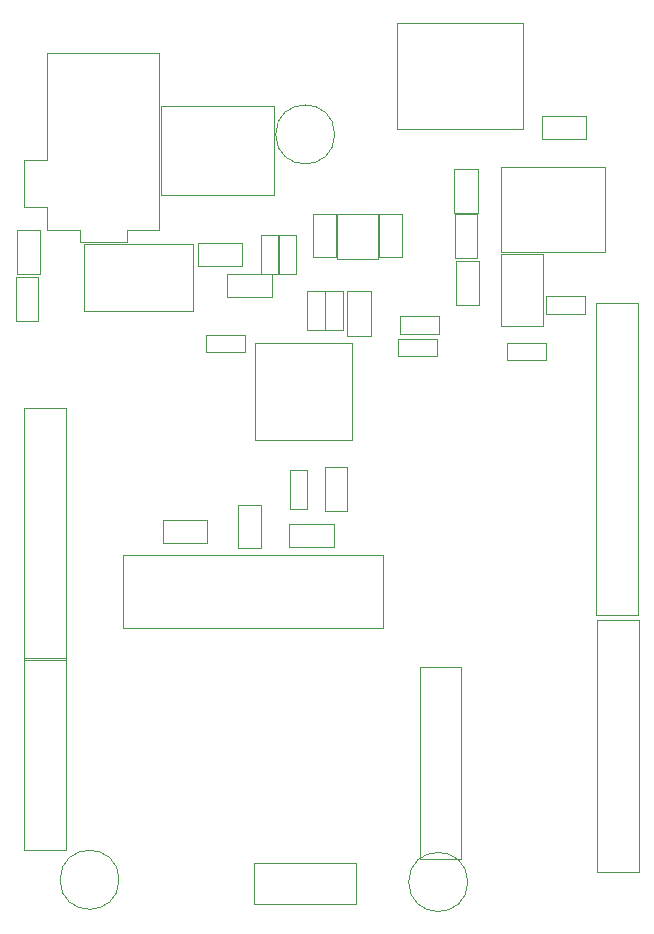
<source format=gbr>
%TF.GenerationSoftware,KiCad,Pcbnew,7.0.10*%
%TF.CreationDate,2024-01-11T23:08:57+05:30*%
%TF.ProjectId,rp2040-basic-m1,72703230-3430-42d6-9261-7369632d6d31,rev?*%
%TF.SameCoordinates,Original*%
%TF.FileFunction,Other,User*%
%FSLAX46Y46*%
G04 Gerber Fmt 4.6, Leading zero omitted, Abs format (unit mm)*
G04 Created by KiCad (PCBNEW 7.0.10) date 2024-01-11 23:08:57*
%MOMM*%
%LPD*%
G01*
G04 APERTURE LIST*
%ADD10C,0.050000*%
G04 APERTURE END LIST*
D10*
%TO.C,J7*%
X258500000Y-91370000D02*
X262050000Y-91370000D01*
X258500000Y-107620000D02*
X258500000Y-91370000D01*
X262050000Y-91370000D02*
X262050000Y-107620000D01*
X262050000Y-107620000D02*
X258500000Y-107620000D01*
%TO.C,REF\u002A\u002A*%
X251320000Y-46250000D02*
G75*
G03*
X246320000Y-46250000I-2500000J0D01*
G01*
X246320000Y-46250000D02*
G75*
G03*
X251320000Y-46250000I2500000J0D01*
G01*
X262580000Y-109540000D02*
G75*
G03*
X257580000Y-109540000I-2500000J0D01*
G01*
X257580000Y-109540000D02*
G75*
G03*
X262580000Y-109540000I2500000J0D01*
G01*
X233060000Y-109360000D02*
G75*
G03*
X228060000Y-109360000I-2500000J0D01*
G01*
X228060000Y-109360000D02*
G75*
G03*
X233060000Y-109360000I2500000J0D01*
G01*
%TO.C,C12*%
X252390000Y-63304000D02*
X252390000Y-59544000D01*
X254350000Y-63304000D02*
X252390000Y-63304000D01*
X252390000Y-59544000D02*
X254350000Y-59544000D01*
X254350000Y-59544000D02*
X254350000Y-63304000D01*
%TO.C,SW2*%
X236650000Y-43875000D02*
X236900000Y-43875000D01*
X236650000Y-44125000D02*
X236650000Y-43875000D01*
X236650000Y-51125000D02*
X236650000Y-44125000D01*
X236650000Y-51125000D02*
X236650000Y-51375000D01*
X236650000Y-51375000D02*
X236900000Y-51375000D01*
X236900000Y-43875000D02*
X245900000Y-43875000D01*
X245900000Y-43875000D02*
X246150000Y-43875000D01*
X245900000Y-51375000D02*
X236900000Y-51375000D01*
X245900000Y-51375000D02*
X246150000Y-51375000D01*
X246150000Y-43875000D02*
X246150000Y-44125000D01*
X246150000Y-44125000D02*
X246150000Y-51125000D01*
X246150000Y-51375000D02*
X246150000Y-51125000D01*
%TO.C,C6*%
X265900000Y-63880000D02*
X269200000Y-63880000D01*
X265900000Y-65340000D02*
X265900000Y-63880000D01*
X269200000Y-63880000D02*
X269200000Y-65340000D01*
X269200000Y-65340000D02*
X265900000Y-65340000D01*
%TO.C,U2*%
X265398000Y-48973700D02*
X265398000Y-56173700D01*
X265398000Y-56173700D02*
X274198000Y-56173700D01*
X274198000Y-48973700D02*
X265398000Y-48973700D01*
X274198000Y-56173700D02*
X274198000Y-48973700D01*
%TO.C,R16*%
X243154000Y-81308000D02*
X243154000Y-77608000D01*
X245054000Y-81308000D02*
X243154000Y-81308000D01*
X243154000Y-77608000D02*
X245054000Y-77608000D01*
X245054000Y-77608000D02*
X245054000Y-81308000D01*
%TO.C,C14*%
X261452000Y-52908200D02*
X261452000Y-49148200D01*
X263412000Y-52908200D02*
X261452000Y-52908200D01*
X261452000Y-49148200D02*
X263412000Y-49148200D01*
X263412000Y-49148200D02*
X263412000Y-52908200D01*
%TO.C,R33*%
X250490000Y-78140000D02*
X250490000Y-74440000D01*
X252390000Y-78140000D02*
X250490000Y-78140000D01*
X250490000Y-74440000D02*
X252390000Y-74440000D01*
X252390000Y-74440000D02*
X252390000Y-78140000D01*
%TO.C,5V*%
X265410000Y-56350000D02*
X268960000Y-56350000D01*
X265410000Y-62450000D02*
X265410000Y-56350000D01*
X268960000Y-56350000D02*
X268960000Y-62450000D01*
X268960000Y-62450000D02*
X265410000Y-62450000D01*
%TO.C,J6*%
X225050000Y-69380000D02*
X228600000Y-69380000D01*
X225050000Y-90730000D02*
X225050000Y-69380000D01*
X228600000Y-69380000D02*
X228600000Y-90730000D01*
X228600000Y-90730000D02*
X225050000Y-90730000D01*
%TO.C,R3*%
X251404000Y-52970000D02*
X251404000Y-56670000D01*
X249504000Y-52970000D02*
X251404000Y-52970000D01*
X251404000Y-56670000D02*
X249504000Y-56670000D01*
X249504000Y-56670000D02*
X249504000Y-52970000D01*
%TO.C,R7*%
X224325000Y-62050000D02*
X224325000Y-58350000D01*
X226225000Y-62050000D02*
X224325000Y-62050000D01*
X224325000Y-58350000D02*
X226225000Y-58350000D01*
X226225000Y-58350000D02*
X226225000Y-62050000D01*
%TO.C,C15*%
X239750000Y-55412000D02*
X243510000Y-55412000D01*
X239750000Y-57372000D02*
X239750000Y-55412000D01*
X243510000Y-55412000D02*
X243510000Y-57372000D01*
X243510000Y-57372000D02*
X239750000Y-57372000D01*
%TO.C,J3*%
X276970000Y-86910000D02*
X273420000Y-86910000D01*
X276970000Y-60510000D02*
X276970000Y-86910000D01*
X273420000Y-86910000D02*
X273420000Y-60510000D01*
X273420000Y-60510000D02*
X276970000Y-60510000D01*
%TO.C,C7*%
X243722000Y-64694000D02*
X240422000Y-64694000D01*
X243722000Y-63234000D02*
X243722000Y-64694000D01*
X240422000Y-64694000D02*
X240422000Y-63234000D01*
X240422000Y-63234000D02*
X243722000Y-63234000D01*
%TO.C,D3*%
X254948000Y-52978500D02*
X251548000Y-52978500D01*
X251548000Y-52978500D02*
X251548000Y-56818500D01*
X254948000Y-56818500D02*
X254948000Y-52978500D01*
X251548000Y-56818500D02*
X254948000Y-56818500D01*
%TO.C,C5*%
X245980000Y-60042000D02*
X242220000Y-60042000D01*
X245980000Y-58082000D02*
X245980000Y-60042000D01*
X242220000Y-60042000D02*
X242220000Y-58082000D01*
X242220000Y-58082000D02*
X245980000Y-58082000D01*
%TO.C,C3*%
X245084300Y-58029500D02*
X245084300Y-54729500D01*
X246544300Y-58029500D02*
X245084300Y-58029500D01*
X245084300Y-54729500D02*
X246544300Y-54729500D01*
X246544300Y-54729500D02*
X246544300Y-58029500D01*
%TO.C,C9*%
X256700000Y-63530000D02*
X260000000Y-63530000D01*
X256700000Y-64990000D02*
X256700000Y-63530000D01*
X260000000Y-63530000D02*
X260000000Y-64990000D01*
X260000000Y-64990000D02*
X256700000Y-64990000D01*
%TO.C,J4*%
X277050000Y-108730000D02*
X273500000Y-108730000D01*
X277050000Y-87380000D02*
X277050000Y-108730000D01*
X273500000Y-108730000D02*
X273500000Y-87380000D01*
X273500000Y-87380000D02*
X277050000Y-87380000D01*
%TO.C,R4*%
X251980000Y-59522000D02*
X251980000Y-62822000D01*
X250520000Y-59522000D02*
X251980000Y-59522000D01*
X251980000Y-62822000D02*
X250520000Y-62822000D01*
X250520000Y-62822000D02*
X250520000Y-59522000D01*
%TO.C,R2*%
X256992000Y-52970000D02*
X256992000Y-56670000D01*
X255092000Y-52970000D02*
X256992000Y-52970000D01*
X256992000Y-56670000D02*
X255092000Y-56670000D01*
X255092000Y-56670000D02*
X255092000Y-52970000D01*
%TO.C,J5*%
X228570000Y-106810000D02*
X225020000Y-106810000D01*
X228570000Y-90560000D02*
X228570000Y-106810000D01*
X225020000Y-106810000D02*
X225020000Y-90560000D01*
X225020000Y-90560000D02*
X228570000Y-90560000D01*
%TO.C,U1*%
X244556000Y-63908000D02*
X244556000Y-72148000D01*
X244556000Y-72148000D02*
X252796000Y-72148000D01*
X252796000Y-63908000D02*
X244556000Y-63908000D01*
X252796000Y-72148000D02*
X252796000Y-63908000D01*
%TO.C,C13*%
X272605000Y-46655000D02*
X268845000Y-46655000D01*
X272605000Y-44695000D02*
X272605000Y-46655000D01*
X268845000Y-46655000D02*
X268845000Y-44695000D01*
X268845000Y-44695000D02*
X272605000Y-44695000D01*
%TO.C,R6*%
X226350000Y-54375000D02*
X226350000Y-58075000D01*
X224450000Y-54375000D02*
X226350000Y-54375000D01*
X226350000Y-58075000D02*
X224450000Y-58075000D01*
X224450000Y-58075000D02*
X224450000Y-54375000D01*
%TO.C,J1*%
X267245000Y-45825000D02*
X256605000Y-45825000D01*
X267245000Y-36795000D02*
X267245000Y-45825000D01*
X256605000Y-45825000D02*
X256605000Y-36795000D01*
X256605000Y-36795000D02*
X267245000Y-36795000D01*
%TO.C,C11*%
X248970000Y-74682500D02*
X248970000Y-77982500D01*
X247510000Y-74682500D02*
X248970000Y-74682500D01*
X248970000Y-77982500D02*
X247510000Y-77982500D01*
X247510000Y-77982500D02*
X247510000Y-74682500D01*
%TO.C,R5*%
X250470000Y-59492000D02*
X250470000Y-62792000D01*
X249010000Y-59492000D02*
X250470000Y-59492000D01*
X250470000Y-62792000D02*
X249010000Y-62792000D01*
X249010000Y-62792000D02*
X249010000Y-59492000D01*
%TO.C,C10*%
X256820000Y-61660000D02*
X260120000Y-61660000D01*
X256820000Y-63120000D02*
X256820000Y-61660000D01*
X260120000Y-61660000D02*
X260120000Y-63120000D01*
X260120000Y-63120000D02*
X256820000Y-63120000D01*
%TO.C,U3*%
X230056000Y-55516000D02*
X230056000Y-61236000D01*
X230056000Y-61236000D02*
X239356000Y-61236000D01*
X239356000Y-55516000D02*
X230056000Y-55516000D01*
X239356000Y-61236000D02*
X239356000Y-55516000D01*
%TO.C,C4*%
X246608300Y-58029500D02*
X246608300Y-54729500D01*
X248068300Y-58029500D02*
X246608300Y-58029500D01*
X246608300Y-54729500D02*
X248068300Y-54729500D01*
X248068300Y-54729500D02*
X248068300Y-58029500D01*
%TO.C,J9*%
X226975000Y-39375000D02*
X236475000Y-39375000D01*
X226975000Y-48375000D02*
X226975000Y-39375000D01*
X224975000Y-48375000D02*
X226975000Y-48375000D01*
X226975000Y-52375000D02*
X224975000Y-52375000D01*
X224975000Y-52375000D02*
X224975000Y-48375000D01*
X236475000Y-54375000D02*
X236475000Y-39375000D01*
X236225000Y-54375000D02*
X236475000Y-54375000D01*
X236225000Y-54375000D02*
X233725000Y-54375000D01*
X233725000Y-54375000D02*
X233725000Y-55375000D01*
X229725000Y-54375000D02*
X226975000Y-54375000D01*
X226975000Y-54375000D02*
X226975000Y-52375000D01*
X233725000Y-55375000D02*
X229725000Y-55375000D01*
X229725000Y-55375000D02*
X229725000Y-54375000D01*
%TO.C,D2*%
X263525000Y-57000000D02*
X263525000Y-60700000D01*
X261625000Y-57000000D02*
X263525000Y-57000000D01*
X263525000Y-60700000D02*
X261625000Y-60700000D01*
X261625000Y-60700000D02*
X261625000Y-57000000D01*
%TO.C,J8*%
X244470000Y-111450000D02*
X244470000Y-107900000D01*
X253120000Y-111450000D02*
X244470000Y-111450000D01*
X244470000Y-107900000D02*
X253120000Y-107900000D01*
X253120000Y-107900000D02*
X253120000Y-111450000D01*
%TO.C,C1*%
X247470000Y-79252000D02*
X251230000Y-79252000D01*
X247470000Y-81212000D02*
X247470000Y-79252000D01*
X251230000Y-79252000D02*
X251230000Y-81212000D01*
X251230000Y-81212000D02*
X247470000Y-81212000D01*
%TO.C,C8*%
X269250000Y-59970000D02*
X272550000Y-59970000D01*
X269250000Y-61430000D02*
X269250000Y-59970000D01*
X272550000Y-59970000D02*
X272550000Y-61430000D01*
X272550000Y-61430000D02*
X269250000Y-61430000D01*
%TO.C,Y1*%
X233432500Y-81862000D02*
X233432500Y-88062000D01*
X233432500Y-88062000D02*
X255432500Y-88062000D01*
X255432500Y-81862000D02*
X233432500Y-81862000D01*
X255432500Y-88062000D02*
X255432500Y-81862000D01*
%TO.C,C2*%
X240540000Y-80852000D02*
X236780000Y-80852000D01*
X240540000Y-78892000D02*
X240540000Y-80852000D01*
X236780000Y-80852000D02*
X236780000Y-78892000D01*
X236780000Y-78892000D02*
X240540000Y-78892000D01*
%TO.C,D1*%
X261482000Y-56679200D02*
X261482000Y-52979200D01*
X263382000Y-56679200D02*
X261482000Y-56679200D01*
X261482000Y-52979200D02*
X263382000Y-52979200D01*
X263382000Y-52979200D02*
X263382000Y-56679200D01*
%TD*%
M02*

</source>
